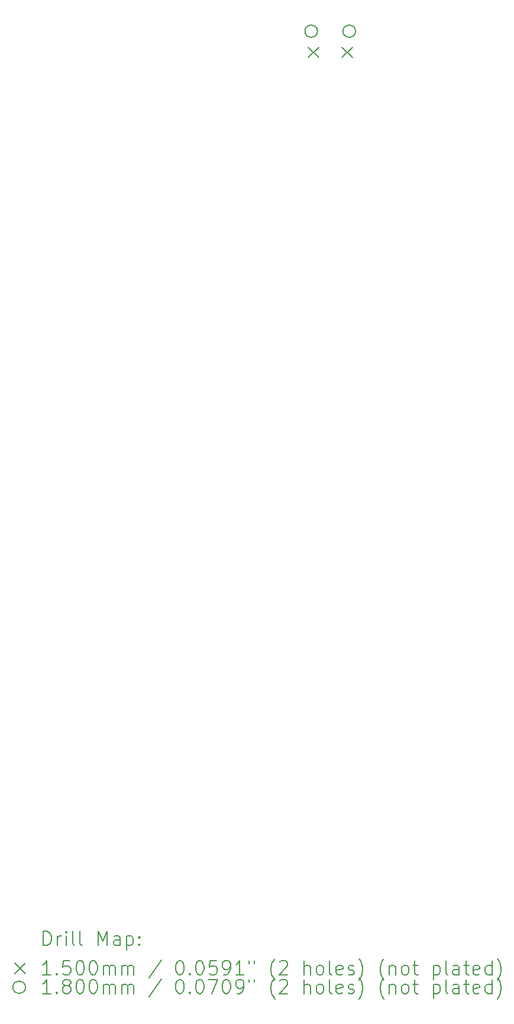
<source format=gbr>
%FSLAX45Y45*%
G04 Gerber Fmt 4.5, Leading zero omitted, Abs format (unit mm)*
G04 Created by KiCad (PCBNEW 6.0.2+dfsg-1) date 2022-09-12 11:49:23*
%MOMM*%
%LPD*%
G01*
G04 APERTURE LIST*
%ADD10C,0.200000*%
%ADD11C,0.150000*%
%ADD12C,0.180000*%
G04 APERTURE END LIST*
D10*
D11*
X14646300Y-4370400D02*
X14796300Y-4520400D01*
X14796300Y-4370400D02*
X14646300Y-4520400D01*
X15131300Y-4370400D02*
X15281300Y-4520400D01*
X15281300Y-4370400D02*
X15131300Y-4520400D01*
D12*
X14781300Y-4142400D02*
G75*
G03*
X14781300Y-4142400I-90000J0D01*
G01*
X15326300Y-4142400D02*
G75*
G03*
X15326300Y-4142400I-90000J0D01*
G01*
D10*
X10858842Y-17218504D02*
X10858842Y-17018504D01*
X10906461Y-17018504D01*
X10935033Y-17028028D01*
X10954081Y-17047076D01*
X10963604Y-17066123D01*
X10973128Y-17104218D01*
X10973128Y-17132790D01*
X10963604Y-17170885D01*
X10954081Y-17189933D01*
X10935033Y-17208980D01*
X10906461Y-17218504D01*
X10858842Y-17218504D01*
X11058842Y-17218504D02*
X11058842Y-17085171D01*
X11058842Y-17123266D02*
X11068366Y-17104218D01*
X11077890Y-17094695D01*
X11096938Y-17085171D01*
X11115985Y-17085171D01*
X11182652Y-17218504D02*
X11182652Y-17085171D01*
X11182652Y-17018504D02*
X11173128Y-17028028D01*
X11182652Y-17037552D01*
X11192176Y-17028028D01*
X11182652Y-17018504D01*
X11182652Y-17037552D01*
X11306461Y-17218504D02*
X11287414Y-17208980D01*
X11277890Y-17189933D01*
X11277890Y-17018504D01*
X11411223Y-17218504D02*
X11392176Y-17208980D01*
X11382652Y-17189933D01*
X11382652Y-17018504D01*
X11639795Y-17218504D02*
X11639795Y-17018504D01*
X11706461Y-17161361D01*
X11773128Y-17018504D01*
X11773128Y-17218504D01*
X11954080Y-17218504D02*
X11954080Y-17113742D01*
X11944557Y-17094695D01*
X11925509Y-17085171D01*
X11887414Y-17085171D01*
X11868366Y-17094695D01*
X11954080Y-17208980D02*
X11935033Y-17218504D01*
X11887414Y-17218504D01*
X11868366Y-17208980D01*
X11858842Y-17189933D01*
X11858842Y-17170885D01*
X11868366Y-17151838D01*
X11887414Y-17142314D01*
X11935033Y-17142314D01*
X11954080Y-17132790D01*
X12049319Y-17085171D02*
X12049319Y-17285171D01*
X12049319Y-17094695D02*
X12068366Y-17085171D01*
X12106461Y-17085171D01*
X12125509Y-17094695D01*
X12135033Y-17104218D01*
X12144557Y-17123266D01*
X12144557Y-17180409D01*
X12135033Y-17199457D01*
X12125509Y-17208980D01*
X12106461Y-17218504D01*
X12068366Y-17218504D01*
X12049319Y-17208980D01*
X12230271Y-17199457D02*
X12239795Y-17208980D01*
X12230271Y-17218504D01*
X12220747Y-17208980D01*
X12230271Y-17199457D01*
X12230271Y-17218504D01*
X12230271Y-17094695D02*
X12239795Y-17104218D01*
X12230271Y-17113742D01*
X12220747Y-17104218D01*
X12230271Y-17094695D01*
X12230271Y-17113742D01*
D11*
X10451223Y-17473028D02*
X10601223Y-17623028D01*
X10601223Y-17473028D02*
X10451223Y-17623028D01*
D10*
X10963604Y-17638504D02*
X10849319Y-17638504D01*
X10906461Y-17638504D02*
X10906461Y-17438504D01*
X10887414Y-17467076D01*
X10868366Y-17486123D01*
X10849319Y-17495647D01*
X11049319Y-17619457D02*
X11058842Y-17628980D01*
X11049319Y-17638504D01*
X11039795Y-17628980D01*
X11049319Y-17619457D01*
X11049319Y-17638504D01*
X11239795Y-17438504D02*
X11144557Y-17438504D01*
X11135033Y-17533742D01*
X11144557Y-17524218D01*
X11163604Y-17514695D01*
X11211223Y-17514695D01*
X11230271Y-17524218D01*
X11239795Y-17533742D01*
X11249319Y-17552790D01*
X11249319Y-17600409D01*
X11239795Y-17619457D01*
X11230271Y-17628980D01*
X11211223Y-17638504D01*
X11163604Y-17638504D01*
X11144557Y-17628980D01*
X11135033Y-17619457D01*
X11373128Y-17438504D02*
X11392176Y-17438504D01*
X11411223Y-17448028D01*
X11420747Y-17457552D01*
X11430271Y-17476599D01*
X11439795Y-17514695D01*
X11439795Y-17562314D01*
X11430271Y-17600409D01*
X11420747Y-17619457D01*
X11411223Y-17628980D01*
X11392176Y-17638504D01*
X11373128Y-17638504D01*
X11354080Y-17628980D01*
X11344557Y-17619457D01*
X11335033Y-17600409D01*
X11325509Y-17562314D01*
X11325509Y-17514695D01*
X11335033Y-17476599D01*
X11344557Y-17457552D01*
X11354080Y-17448028D01*
X11373128Y-17438504D01*
X11563604Y-17438504D02*
X11582652Y-17438504D01*
X11601699Y-17448028D01*
X11611223Y-17457552D01*
X11620747Y-17476599D01*
X11630271Y-17514695D01*
X11630271Y-17562314D01*
X11620747Y-17600409D01*
X11611223Y-17619457D01*
X11601699Y-17628980D01*
X11582652Y-17638504D01*
X11563604Y-17638504D01*
X11544557Y-17628980D01*
X11535033Y-17619457D01*
X11525509Y-17600409D01*
X11515985Y-17562314D01*
X11515985Y-17514695D01*
X11525509Y-17476599D01*
X11535033Y-17457552D01*
X11544557Y-17448028D01*
X11563604Y-17438504D01*
X11715985Y-17638504D02*
X11715985Y-17505171D01*
X11715985Y-17524218D02*
X11725509Y-17514695D01*
X11744557Y-17505171D01*
X11773128Y-17505171D01*
X11792176Y-17514695D01*
X11801699Y-17533742D01*
X11801699Y-17638504D01*
X11801699Y-17533742D02*
X11811223Y-17514695D01*
X11830271Y-17505171D01*
X11858842Y-17505171D01*
X11877890Y-17514695D01*
X11887414Y-17533742D01*
X11887414Y-17638504D01*
X11982652Y-17638504D02*
X11982652Y-17505171D01*
X11982652Y-17524218D02*
X11992176Y-17514695D01*
X12011223Y-17505171D01*
X12039795Y-17505171D01*
X12058842Y-17514695D01*
X12068366Y-17533742D01*
X12068366Y-17638504D01*
X12068366Y-17533742D02*
X12077890Y-17514695D01*
X12096938Y-17505171D01*
X12125509Y-17505171D01*
X12144557Y-17514695D01*
X12154080Y-17533742D01*
X12154080Y-17638504D01*
X12544557Y-17428980D02*
X12373128Y-17686123D01*
X12801699Y-17438504D02*
X12820747Y-17438504D01*
X12839795Y-17448028D01*
X12849319Y-17457552D01*
X12858842Y-17476599D01*
X12868366Y-17514695D01*
X12868366Y-17562314D01*
X12858842Y-17600409D01*
X12849319Y-17619457D01*
X12839795Y-17628980D01*
X12820747Y-17638504D01*
X12801699Y-17638504D01*
X12782652Y-17628980D01*
X12773128Y-17619457D01*
X12763604Y-17600409D01*
X12754080Y-17562314D01*
X12754080Y-17514695D01*
X12763604Y-17476599D01*
X12773128Y-17457552D01*
X12782652Y-17448028D01*
X12801699Y-17438504D01*
X12954080Y-17619457D02*
X12963604Y-17628980D01*
X12954080Y-17638504D01*
X12944557Y-17628980D01*
X12954080Y-17619457D01*
X12954080Y-17638504D01*
X13087414Y-17438504D02*
X13106461Y-17438504D01*
X13125509Y-17448028D01*
X13135033Y-17457552D01*
X13144557Y-17476599D01*
X13154080Y-17514695D01*
X13154080Y-17562314D01*
X13144557Y-17600409D01*
X13135033Y-17619457D01*
X13125509Y-17628980D01*
X13106461Y-17638504D01*
X13087414Y-17638504D01*
X13068366Y-17628980D01*
X13058842Y-17619457D01*
X13049319Y-17600409D01*
X13039795Y-17562314D01*
X13039795Y-17514695D01*
X13049319Y-17476599D01*
X13058842Y-17457552D01*
X13068366Y-17448028D01*
X13087414Y-17438504D01*
X13335033Y-17438504D02*
X13239795Y-17438504D01*
X13230271Y-17533742D01*
X13239795Y-17524218D01*
X13258842Y-17514695D01*
X13306461Y-17514695D01*
X13325509Y-17524218D01*
X13335033Y-17533742D01*
X13344557Y-17552790D01*
X13344557Y-17600409D01*
X13335033Y-17619457D01*
X13325509Y-17628980D01*
X13306461Y-17638504D01*
X13258842Y-17638504D01*
X13239795Y-17628980D01*
X13230271Y-17619457D01*
X13439795Y-17638504D02*
X13477890Y-17638504D01*
X13496938Y-17628980D01*
X13506461Y-17619457D01*
X13525509Y-17590885D01*
X13535033Y-17552790D01*
X13535033Y-17476599D01*
X13525509Y-17457552D01*
X13515985Y-17448028D01*
X13496938Y-17438504D01*
X13458842Y-17438504D01*
X13439795Y-17448028D01*
X13430271Y-17457552D01*
X13420747Y-17476599D01*
X13420747Y-17524218D01*
X13430271Y-17543266D01*
X13439795Y-17552790D01*
X13458842Y-17562314D01*
X13496938Y-17562314D01*
X13515985Y-17552790D01*
X13525509Y-17543266D01*
X13535033Y-17524218D01*
X13725509Y-17638504D02*
X13611223Y-17638504D01*
X13668366Y-17638504D02*
X13668366Y-17438504D01*
X13649319Y-17467076D01*
X13630271Y-17486123D01*
X13611223Y-17495647D01*
X13801699Y-17438504D02*
X13801699Y-17476599D01*
X13877890Y-17438504D02*
X13877890Y-17476599D01*
X14173128Y-17714695D02*
X14163604Y-17705171D01*
X14144557Y-17676599D01*
X14135033Y-17657552D01*
X14125509Y-17628980D01*
X14115985Y-17581361D01*
X14115985Y-17543266D01*
X14125509Y-17495647D01*
X14135033Y-17467076D01*
X14144557Y-17448028D01*
X14163604Y-17419457D01*
X14173128Y-17409933D01*
X14239795Y-17457552D02*
X14249319Y-17448028D01*
X14268366Y-17438504D01*
X14315985Y-17438504D01*
X14335033Y-17448028D01*
X14344557Y-17457552D01*
X14354080Y-17476599D01*
X14354080Y-17495647D01*
X14344557Y-17524218D01*
X14230271Y-17638504D01*
X14354080Y-17638504D01*
X14592176Y-17638504D02*
X14592176Y-17438504D01*
X14677890Y-17638504D02*
X14677890Y-17533742D01*
X14668366Y-17514695D01*
X14649319Y-17505171D01*
X14620747Y-17505171D01*
X14601699Y-17514695D01*
X14592176Y-17524218D01*
X14801699Y-17638504D02*
X14782652Y-17628980D01*
X14773128Y-17619457D01*
X14763604Y-17600409D01*
X14763604Y-17543266D01*
X14773128Y-17524218D01*
X14782652Y-17514695D01*
X14801699Y-17505171D01*
X14830271Y-17505171D01*
X14849319Y-17514695D01*
X14858842Y-17524218D01*
X14868366Y-17543266D01*
X14868366Y-17600409D01*
X14858842Y-17619457D01*
X14849319Y-17628980D01*
X14830271Y-17638504D01*
X14801699Y-17638504D01*
X14982652Y-17638504D02*
X14963604Y-17628980D01*
X14954080Y-17609933D01*
X14954080Y-17438504D01*
X15135033Y-17628980D02*
X15115985Y-17638504D01*
X15077890Y-17638504D01*
X15058842Y-17628980D01*
X15049319Y-17609933D01*
X15049319Y-17533742D01*
X15058842Y-17514695D01*
X15077890Y-17505171D01*
X15115985Y-17505171D01*
X15135033Y-17514695D01*
X15144557Y-17533742D01*
X15144557Y-17552790D01*
X15049319Y-17571838D01*
X15220747Y-17628980D02*
X15239795Y-17638504D01*
X15277890Y-17638504D01*
X15296938Y-17628980D01*
X15306461Y-17609933D01*
X15306461Y-17600409D01*
X15296938Y-17581361D01*
X15277890Y-17571838D01*
X15249319Y-17571838D01*
X15230271Y-17562314D01*
X15220747Y-17543266D01*
X15220747Y-17533742D01*
X15230271Y-17514695D01*
X15249319Y-17505171D01*
X15277890Y-17505171D01*
X15296938Y-17514695D01*
X15373128Y-17714695D02*
X15382652Y-17705171D01*
X15401699Y-17676599D01*
X15411223Y-17657552D01*
X15420747Y-17628980D01*
X15430271Y-17581361D01*
X15430271Y-17543266D01*
X15420747Y-17495647D01*
X15411223Y-17467076D01*
X15401699Y-17448028D01*
X15382652Y-17419457D01*
X15373128Y-17409933D01*
X15735033Y-17714695D02*
X15725509Y-17705171D01*
X15706461Y-17676599D01*
X15696938Y-17657552D01*
X15687414Y-17628980D01*
X15677890Y-17581361D01*
X15677890Y-17543266D01*
X15687414Y-17495647D01*
X15696938Y-17467076D01*
X15706461Y-17448028D01*
X15725509Y-17419457D01*
X15735033Y-17409933D01*
X15811223Y-17505171D02*
X15811223Y-17638504D01*
X15811223Y-17524218D02*
X15820747Y-17514695D01*
X15839795Y-17505171D01*
X15868366Y-17505171D01*
X15887414Y-17514695D01*
X15896938Y-17533742D01*
X15896938Y-17638504D01*
X16020747Y-17638504D02*
X16001699Y-17628980D01*
X15992176Y-17619457D01*
X15982652Y-17600409D01*
X15982652Y-17543266D01*
X15992176Y-17524218D01*
X16001699Y-17514695D01*
X16020747Y-17505171D01*
X16049319Y-17505171D01*
X16068366Y-17514695D01*
X16077890Y-17524218D01*
X16087414Y-17543266D01*
X16087414Y-17600409D01*
X16077890Y-17619457D01*
X16068366Y-17628980D01*
X16049319Y-17638504D01*
X16020747Y-17638504D01*
X16144557Y-17505171D02*
X16220747Y-17505171D01*
X16173128Y-17438504D02*
X16173128Y-17609933D01*
X16182652Y-17628980D01*
X16201699Y-17638504D01*
X16220747Y-17638504D01*
X16439795Y-17505171D02*
X16439795Y-17705171D01*
X16439795Y-17514695D02*
X16458842Y-17505171D01*
X16496938Y-17505171D01*
X16515985Y-17514695D01*
X16525509Y-17524218D01*
X16535033Y-17543266D01*
X16535033Y-17600409D01*
X16525509Y-17619457D01*
X16515985Y-17628980D01*
X16496938Y-17638504D01*
X16458842Y-17638504D01*
X16439795Y-17628980D01*
X16649319Y-17638504D02*
X16630271Y-17628980D01*
X16620747Y-17609933D01*
X16620747Y-17438504D01*
X16811223Y-17638504D02*
X16811223Y-17533742D01*
X16801700Y-17514695D01*
X16782652Y-17505171D01*
X16744557Y-17505171D01*
X16725509Y-17514695D01*
X16811223Y-17628980D02*
X16792176Y-17638504D01*
X16744557Y-17638504D01*
X16725509Y-17628980D01*
X16715985Y-17609933D01*
X16715985Y-17590885D01*
X16725509Y-17571838D01*
X16744557Y-17562314D01*
X16792176Y-17562314D01*
X16811223Y-17552790D01*
X16877890Y-17505171D02*
X16954081Y-17505171D01*
X16906461Y-17438504D02*
X16906461Y-17609933D01*
X16915985Y-17628980D01*
X16935033Y-17638504D01*
X16954081Y-17638504D01*
X17096938Y-17628980D02*
X17077890Y-17638504D01*
X17039795Y-17638504D01*
X17020747Y-17628980D01*
X17011223Y-17609933D01*
X17011223Y-17533742D01*
X17020747Y-17514695D01*
X17039795Y-17505171D01*
X17077890Y-17505171D01*
X17096938Y-17514695D01*
X17106461Y-17533742D01*
X17106461Y-17552790D01*
X17011223Y-17571838D01*
X17277890Y-17638504D02*
X17277890Y-17438504D01*
X17277890Y-17628980D02*
X17258842Y-17638504D01*
X17220747Y-17638504D01*
X17201700Y-17628980D01*
X17192176Y-17619457D01*
X17182652Y-17600409D01*
X17182652Y-17543266D01*
X17192176Y-17524218D01*
X17201700Y-17514695D01*
X17220747Y-17505171D01*
X17258842Y-17505171D01*
X17277890Y-17514695D01*
X17354081Y-17714695D02*
X17363604Y-17705171D01*
X17382652Y-17676599D01*
X17392176Y-17657552D01*
X17401700Y-17628980D01*
X17411223Y-17581361D01*
X17411223Y-17543266D01*
X17401700Y-17495647D01*
X17392176Y-17467076D01*
X17382652Y-17448028D01*
X17363604Y-17419457D01*
X17354081Y-17409933D01*
D12*
X10601223Y-17818028D02*
G75*
G03*
X10601223Y-17818028I-90000J0D01*
G01*
D10*
X10963604Y-17908504D02*
X10849319Y-17908504D01*
X10906461Y-17908504D02*
X10906461Y-17708504D01*
X10887414Y-17737076D01*
X10868366Y-17756123D01*
X10849319Y-17765647D01*
X11049319Y-17889457D02*
X11058842Y-17898980D01*
X11049319Y-17908504D01*
X11039795Y-17898980D01*
X11049319Y-17889457D01*
X11049319Y-17908504D01*
X11173128Y-17794218D02*
X11154081Y-17784695D01*
X11144557Y-17775171D01*
X11135033Y-17756123D01*
X11135033Y-17746599D01*
X11144557Y-17727552D01*
X11154081Y-17718028D01*
X11173128Y-17708504D01*
X11211223Y-17708504D01*
X11230271Y-17718028D01*
X11239795Y-17727552D01*
X11249319Y-17746599D01*
X11249319Y-17756123D01*
X11239795Y-17775171D01*
X11230271Y-17784695D01*
X11211223Y-17794218D01*
X11173128Y-17794218D01*
X11154081Y-17803742D01*
X11144557Y-17813266D01*
X11135033Y-17832314D01*
X11135033Y-17870409D01*
X11144557Y-17889457D01*
X11154081Y-17898980D01*
X11173128Y-17908504D01*
X11211223Y-17908504D01*
X11230271Y-17898980D01*
X11239795Y-17889457D01*
X11249319Y-17870409D01*
X11249319Y-17832314D01*
X11239795Y-17813266D01*
X11230271Y-17803742D01*
X11211223Y-17794218D01*
X11373128Y-17708504D02*
X11392176Y-17708504D01*
X11411223Y-17718028D01*
X11420747Y-17727552D01*
X11430271Y-17746599D01*
X11439795Y-17784695D01*
X11439795Y-17832314D01*
X11430271Y-17870409D01*
X11420747Y-17889457D01*
X11411223Y-17898980D01*
X11392176Y-17908504D01*
X11373128Y-17908504D01*
X11354080Y-17898980D01*
X11344557Y-17889457D01*
X11335033Y-17870409D01*
X11325509Y-17832314D01*
X11325509Y-17784695D01*
X11335033Y-17746599D01*
X11344557Y-17727552D01*
X11354080Y-17718028D01*
X11373128Y-17708504D01*
X11563604Y-17708504D02*
X11582652Y-17708504D01*
X11601699Y-17718028D01*
X11611223Y-17727552D01*
X11620747Y-17746599D01*
X11630271Y-17784695D01*
X11630271Y-17832314D01*
X11620747Y-17870409D01*
X11611223Y-17889457D01*
X11601699Y-17898980D01*
X11582652Y-17908504D01*
X11563604Y-17908504D01*
X11544557Y-17898980D01*
X11535033Y-17889457D01*
X11525509Y-17870409D01*
X11515985Y-17832314D01*
X11515985Y-17784695D01*
X11525509Y-17746599D01*
X11535033Y-17727552D01*
X11544557Y-17718028D01*
X11563604Y-17708504D01*
X11715985Y-17908504D02*
X11715985Y-17775171D01*
X11715985Y-17794218D02*
X11725509Y-17784695D01*
X11744557Y-17775171D01*
X11773128Y-17775171D01*
X11792176Y-17784695D01*
X11801699Y-17803742D01*
X11801699Y-17908504D01*
X11801699Y-17803742D02*
X11811223Y-17784695D01*
X11830271Y-17775171D01*
X11858842Y-17775171D01*
X11877890Y-17784695D01*
X11887414Y-17803742D01*
X11887414Y-17908504D01*
X11982652Y-17908504D02*
X11982652Y-17775171D01*
X11982652Y-17794218D02*
X11992176Y-17784695D01*
X12011223Y-17775171D01*
X12039795Y-17775171D01*
X12058842Y-17784695D01*
X12068366Y-17803742D01*
X12068366Y-17908504D01*
X12068366Y-17803742D02*
X12077890Y-17784695D01*
X12096938Y-17775171D01*
X12125509Y-17775171D01*
X12144557Y-17784695D01*
X12154080Y-17803742D01*
X12154080Y-17908504D01*
X12544557Y-17698980D02*
X12373128Y-17956123D01*
X12801699Y-17708504D02*
X12820747Y-17708504D01*
X12839795Y-17718028D01*
X12849319Y-17727552D01*
X12858842Y-17746599D01*
X12868366Y-17784695D01*
X12868366Y-17832314D01*
X12858842Y-17870409D01*
X12849319Y-17889457D01*
X12839795Y-17898980D01*
X12820747Y-17908504D01*
X12801699Y-17908504D01*
X12782652Y-17898980D01*
X12773128Y-17889457D01*
X12763604Y-17870409D01*
X12754080Y-17832314D01*
X12754080Y-17784695D01*
X12763604Y-17746599D01*
X12773128Y-17727552D01*
X12782652Y-17718028D01*
X12801699Y-17708504D01*
X12954080Y-17889457D02*
X12963604Y-17898980D01*
X12954080Y-17908504D01*
X12944557Y-17898980D01*
X12954080Y-17889457D01*
X12954080Y-17908504D01*
X13087414Y-17708504D02*
X13106461Y-17708504D01*
X13125509Y-17718028D01*
X13135033Y-17727552D01*
X13144557Y-17746599D01*
X13154080Y-17784695D01*
X13154080Y-17832314D01*
X13144557Y-17870409D01*
X13135033Y-17889457D01*
X13125509Y-17898980D01*
X13106461Y-17908504D01*
X13087414Y-17908504D01*
X13068366Y-17898980D01*
X13058842Y-17889457D01*
X13049319Y-17870409D01*
X13039795Y-17832314D01*
X13039795Y-17784695D01*
X13049319Y-17746599D01*
X13058842Y-17727552D01*
X13068366Y-17718028D01*
X13087414Y-17708504D01*
X13220747Y-17708504D02*
X13354080Y-17708504D01*
X13268366Y-17908504D01*
X13468366Y-17708504D02*
X13487414Y-17708504D01*
X13506461Y-17718028D01*
X13515985Y-17727552D01*
X13525509Y-17746599D01*
X13535033Y-17784695D01*
X13535033Y-17832314D01*
X13525509Y-17870409D01*
X13515985Y-17889457D01*
X13506461Y-17898980D01*
X13487414Y-17908504D01*
X13468366Y-17908504D01*
X13449319Y-17898980D01*
X13439795Y-17889457D01*
X13430271Y-17870409D01*
X13420747Y-17832314D01*
X13420747Y-17784695D01*
X13430271Y-17746599D01*
X13439795Y-17727552D01*
X13449319Y-17718028D01*
X13468366Y-17708504D01*
X13630271Y-17908504D02*
X13668366Y-17908504D01*
X13687414Y-17898980D01*
X13696938Y-17889457D01*
X13715985Y-17860885D01*
X13725509Y-17822790D01*
X13725509Y-17746599D01*
X13715985Y-17727552D01*
X13706461Y-17718028D01*
X13687414Y-17708504D01*
X13649319Y-17708504D01*
X13630271Y-17718028D01*
X13620747Y-17727552D01*
X13611223Y-17746599D01*
X13611223Y-17794218D01*
X13620747Y-17813266D01*
X13630271Y-17822790D01*
X13649319Y-17832314D01*
X13687414Y-17832314D01*
X13706461Y-17822790D01*
X13715985Y-17813266D01*
X13725509Y-17794218D01*
X13801699Y-17708504D02*
X13801699Y-17746599D01*
X13877890Y-17708504D02*
X13877890Y-17746599D01*
X14173128Y-17984695D02*
X14163604Y-17975171D01*
X14144557Y-17946599D01*
X14135033Y-17927552D01*
X14125509Y-17898980D01*
X14115985Y-17851361D01*
X14115985Y-17813266D01*
X14125509Y-17765647D01*
X14135033Y-17737076D01*
X14144557Y-17718028D01*
X14163604Y-17689457D01*
X14173128Y-17679933D01*
X14239795Y-17727552D02*
X14249319Y-17718028D01*
X14268366Y-17708504D01*
X14315985Y-17708504D01*
X14335033Y-17718028D01*
X14344557Y-17727552D01*
X14354080Y-17746599D01*
X14354080Y-17765647D01*
X14344557Y-17794218D01*
X14230271Y-17908504D01*
X14354080Y-17908504D01*
X14592176Y-17908504D02*
X14592176Y-17708504D01*
X14677890Y-17908504D02*
X14677890Y-17803742D01*
X14668366Y-17784695D01*
X14649319Y-17775171D01*
X14620747Y-17775171D01*
X14601699Y-17784695D01*
X14592176Y-17794218D01*
X14801699Y-17908504D02*
X14782652Y-17898980D01*
X14773128Y-17889457D01*
X14763604Y-17870409D01*
X14763604Y-17813266D01*
X14773128Y-17794218D01*
X14782652Y-17784695D01*
X14801699Y-17775171D01*
X14830271Y-17775171D01*
X14849319Y-17784695D01*
X14858842Y-17794218D01*
X14868366Y-17813266D01*
X14868366Y-17870409D01*
X14858842Y-17889457D01*
X14849319Y-17898980D01*
X14830271Y-17908504D01*
X14801699Y-17908504D01*
X14982652Y-17908504D02*
X14963604Y-17898980D01*
X14954080Y-17879933D01*
X14954080Y-17708504D01*
X15135033Y-17898980D02*
X15115985Y-17908504D01*
X15077890Y-17908504D01*
X15058842Y-17898980D01*
X15049319Y-17879933D01*
X15049319Y-17803742D01*
X15058842Y-17784695D01*
X15077890Y-17775171D01*
X15115985Y-17775171D01*
X15135033Y-17784695D01*
X15144557Y-17803742D01*
X15144557Y-17822790D01*
X15049319Y-17841838D01*
X15220747Y-17898980D02*
X15239795Y-17908504D01*
X15277890Y-17908504D01*
X15296938Y-17898980D01*
X15306461Y-17879933D01*
X15306461Y-17870409D01*
X15296938Y-17851361D01*
X15277890Y-17841838D01*
X15249319Y-17841838D01*
X15230271Y-17832314D01*
X15220747Y-17813266D01*
X15220747Y-17803742D01*
X15230271Y-17784695D01*
X15249319Y-17775171D01*
X15277890Y-17775171D01*
X15296938Y-17784695D01*
X15373128Y-17984695D02*
X15382652Y-17975171D01*
X15401699Y-17946599D01*
X15411223Y-17927552D01*
X15420747Y-17898980D01*
X15430271Y-17851361D01*
X15430271Y-17813266D01*
X15420747Y-17765647D01*
X15411223Y-17737076D01*
X15401699Y-17718028D01*
X15382652Y-17689457D01*
X15373128Y-17679933D01*
X15735033Y-17984695D02*
X15725509Y-17975171D01*
X15706461Y-17946599D01*
X15696938Y-17927552D01*
X15687414Y-17898980D01*
X15677890Y-17851361D01*
X15677890Y-17813266D01*
X15687414Y-17765647D01*
X15696938Y-17737076D01*
X15706461Y-17718028D01*
X15725509Y-17689457D01*
X15735033Y-17679933D01*
X15811223Y-17775171D02*
X15811223Y-17908504D01*
X15811223Y-17794218D02*
X15820747Y-17784695D01*
X15839795Y-17775171D01*
X15868366Y-17775171D01*
X15887414Y-17784695D01*
X15896938Y-17803742D01*
X15896938Y-17908504D01*
X16020747Y-17908504D02*
X16001699Y-17898980D01*
X15992176Y-17889457D01*
X15982652Y-17870409D01*
X15982652Y-17813266D01*
X15992176Y-17794218D01*
X16001699Y-17784695D01*
X16020747Y-17775171D01*
X16049319Y-17775171D01*
X16068366Y-17784695D01*
X16077890Y-17794218D01*
X16087414Y-17813266D01*
X16087414Y-17870409D01*
X16077890Y-17889457D01*
X16068366Y-17898980D01*
X16049319Y-17908504D01*
X16020747Y-17908504D01*
X16144557Y-17775171D02*
X16220747Y-17775171D01*
X16173128Y-17708504D02*
X16173128Y-17879933D01*
X16182652Y-17898980D01*
X16201699Y-17908504D01*
X16220747Y-17908504D01*
X16439795Y-17775171D02*
X16439795Y-17975171D01*
X16439795Y-17784695D02*
X16458842Y-17775171D01*
X16496938Y-17775171D01*
X16515985Y-17784695D01*
X16525509Y-17794218D01*
X16535033Y-17813266D01*
X16535033Y-17870409D01*
X16525509Y-17889457D01*
X16515985Y-17898980D01*
X16496938Y-17908504D01*
X16458842Y-17908504D01*
X16439795Y-17898980D01*
X16649319Y-17908504D02*
X16630271Y-17898980D01*
X16620747Y-17879933D01*
X16620747Y-17708504D01*
X16811223Y-17908504D02*
X16811223Y-17803742D01*
X16801700Y-17784695D01*
X16782652Y-17775171D01*
X16744557Y-17775171D01*
X16725509Y-17784695D01*
X16811223Y-17898980D02*
X16792176Y-17908504D01*
X16744557Y-17908504D01*
X16725509Y-17898980D01*
X16715985Y-17879933D01*
X16715985Y-17860885D01*
X16725509Y-17841838D01*
X16744557Y-17832314D01*
X16792176Y-17832314D01*
X16811223Y-17822790D01*
X16877890Y-17775171D02*
X16954081Y-17775171D01*
X16906461Y-17708504D02*
X16906461Y-17879933D01*
X16915985Y-17898980D01*
X16935033Y-17908504D01*
X16954081Y-17908504D01*
X17096938Y-17898980D02*
X17077890Y-17908504D01*
X17039795Y-17908504D01*
X17020747Y-17898980D01*
X17011223Y-17879933D01*
X17011223Y-17803742D01*
X17020747Y-17784695D01*
X17039795Y-17775171D01*
X17077890Y-17775171D01*
X17096938Y-17784695D01*
X17106461Y-17803742D01*
X17106461Y-17822790D01*
X17011223Y-17841838D01*
X17277890Y-17908504D02*
X17277890Y-17708504D01*
X17277890Y-17898980D02*
X17258842Y-17908504D01*
X17220747Y-17908504D01*
X17201700Y-17898980D01*
X17192176Y-17889457D01*
X17182652Y-17870409D01*
X17182652Y-17813266D01*
X17192176Y-17794218D01*
X17201700Y-17784695D01*
X17220747Y-17775171D01*
X17258842Y-17775171D01*
X17277890Y-17784695D01*
X17354081Y-17984695D02*
X17363604Y-17975171D01*
X17382652Y-17946599D01*
X17392176Y-17927552D01*
X17401700Y-17898980D01*
X17411223Y-17851361D01*
X17411223Y-17813266D01*
X17401700Y-17765647D01*
X17392176Y-17737076D01*
X17382652Y-17718028D01*
X17363604Y-17689457D01*
X17354081Y-17679933D01*
M02*

</source>
